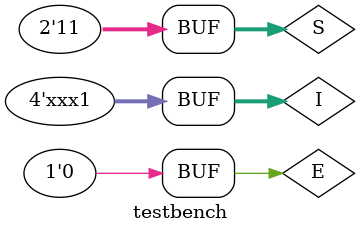
<source format=v>
`timescale 1ns/1ns
module testbench;
    reg E;
    reg [1:0]S;
    reg [3:0]I;
    wire Y;
HC153 ul(E,S,I,Y);
    initial begin
    E=0;
    S=0;
    #5 E=1;
    #5 E=0;S[1]=0;S[0]=0;I=4'b0xxx;
    #5 E=0;S[1]=0;S[0]=0;I=4'b1xxx;
    #5 E=0;S[1]=0;S[0]=1;I=4'bx0xx;
    #5 E=0;S[1]=0;S[0]=1;I=4'bx1xx;
    #5 E=0;S[1]=1;S[0]=0;I=4'bxx0x;
    #5 E=0;S[1]=1;S[0]=0;I=4'b0xx1x;
    #5 E=0;S[1]=1;S[0]=1;I=4'bxxx0;
    #5 E=0;S[1]=1;S[0]=1;I=4'bxxx1;
    end 
    initial
        $monitor("time=%t,E=%b,S=%b,I=%b,Y=%b",$time,E,S,I,Y);
endmodule
</source>
